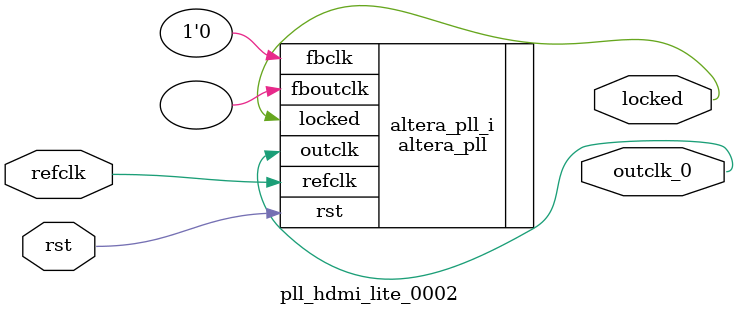
<source format=v>
`timescale 1ns/10ps
module  pll_hdmi_lite_0002(

	// interface 'refclk'
	input wire refclk,

	// interface 'reset'
	input wire rst,

	// interface 'outclk0'
	output wire outclk_0,

	// interface 'locked'
	output wire locked
);

	altera_pll #(
		.fractional_vco_multiplier("false"),
		.reference_clock_frequency("112.0 MHz"),
		.operation_mode("direct"),
		.number_of_clocks(1),
		.output_clock_frequency0("56.000000 MHz"),
		.phase_shift0("0 ps"),
		.duty_cycle0(50),
		.output_clock_frequency1("0 MHz"),
		.phase_shift1("0 ps"),
		.duty_cycle1(50),
		.output_clock_frequency2("0 MHz"),
		.phase_shift2("0 ps"),
		.duty_cycle2(50),
		.output_clock_frequency3("0 MHz"),
		.phase_shift3("0 ps"),
		.duty_cycle3(50),
		.output_clock_frequency4("0 MHz"),
		.phase_shift4("0 ps"),
		.duty_cycle4(50),
		.output_clock_frequency5("0 MHz"),
		.phase_shift5("0 ps"),
		.duty_cycle5(50),
		.output_clock_frequency6("0 MHz"),
		.phase_shift6("0 ps"),
		.duty_cycle6(50),
		.output_clock_frequency7("0 MHz"),
		.phase_shift7("0 ps"),
		.duty_cycle7(50),
		.output_clock_frequency8("0 MHz"),
		.phase_shift8("0 ps"),
		.duty_cycle8(50),
		.output_clock_frequency9("0 MHz"),
		.phase_shift9("0 ps"),
		.duty_cycle9(50),
		.output_clock_frequency10("0 MHz"),
		.phase_shift10("0 ps"),
		.duty_cycle10(50),
		.output_clock_frequency11("0 MHz"),
		.phase_shift11("0 ps"),
		.duty_cycle11(50),
		.output_clock_frequency12("0 MHz"),
		.phase_shift12("0 ps"),
		.duty_cycle12(50),
		.output_clock_frequency13("0 MHz"),
		.phase_shift13("0 ps"),
		.duty_cycle13(50),
		.output_clock_frequency14("0 MHz"),
		.phase_shift14("0 ps"),
		.duty_cycle14(50),
		.output_clock_frequency15("0 MHz"),
		.phase_shift15("0 ps"),
		.duty_cycle15(50),
		.output_clock_frequency16("0 MHz"),
		.phase_shift16("0 ps"),
		.duty_cycle16(50),
		.output_clock_frequency17("0 MHz"),
		.phase_shift17("0 ps"),
		.duty_cycle17(50),
		.pll_type("General"),
		.pll_subtype("General")
	) altera_pll_i (
		.rst	(rst),
		.outclk	({outclk_0}),
		.locked	(locked),
		.fboutclk	( ),
		.fbclk	(1'b0),
		.refclk	(refclk)
	);
endmodule


</source>
